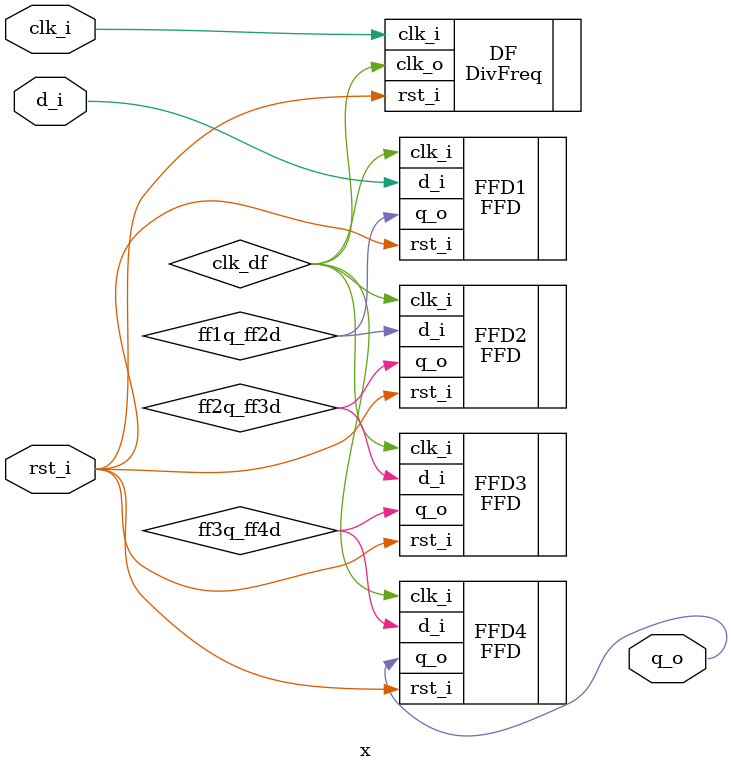
<source format=v>

module x(
  input clk_i,
  input rst_i,
  input d_i,
  output reg q_o
);
  // Declaration of signals
  wire ff1q_ff2d;
  wire ff2q_ff3d;
  wire ff3q_ff4d;
  wire clk_df;

  // Instantiate the divisor of frequencies
  DivFreq DF (
    .clk_i(clk_i),
    .rst_i(rst_i),
    .clk_o(clk_df)
  );

  // Instantiate the 1st FFD
  FFD FFD1 (
    .d_i(d_i),
    .clk_i(clk_df),
    .rst_i(rst_i),
    .q_o(ff1q_ff2d)
  );

  // Instantiate the 2nd FFD
  FFD FFD2 (
    .d_i(ff1q_ff2d),
    .clk_i(clk_df),
    .rst_i(rst_i),
    .q_o(ff2q_ff3d)
  );

  // Instantiate the 3rd FFD
  FFD FFD3 (
    .d_i(ff2q_ff3d),
    .clk_i(clk_df),
    .rst_i(rst_i),
    .q_o(ff3q_ff4d)
  );

  // Instantiate the 4th FFD
  FFD FFD4 (
    .d_i(ff3q_ff4d),
    .clk_i(clk_df),
    .rst_i(rst_i),
    .q_o(q_o)
  );
endmodule

</source>
